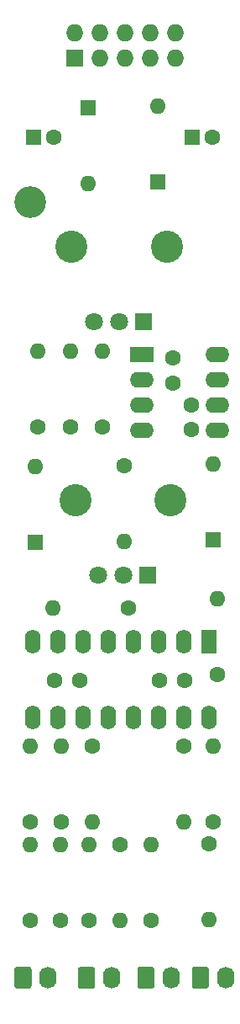
<source format=gbr>
%TF.GenerationSoftware,KiCad,Pcbnew,(5.1.12-1-10_14)*%
%TF.CreationDate,2021-12-12T17:33:21+01:00*%
%TF.ProjectId,kross,6b726f73-732e-46b6-9963-61645f706362,rev?*%
%TF.SameCoordinates,Original*%
%TF.FileFunction,Soldermask,Bot*%
%TF.FilePolarity,Negative*%
%FSLAX46Y46*%
G04 Gerber Fmt 4.6, Leading zero omitted, Abs format (unit mm)*
G04 Created by KiCad (PCBNEW (5.1.12-1-10_14)) date 2021-12-12 17:33:21*
%MOMM*%
%LPD*%
G01*
G04 APERTURE LIST*
%ADD10O,1.600000X2.400000*%
%ADD11R,1.600000X2.400000*%
%ADD12O,2.400000X1.600000*%
%ADD13R,2.400000X1.600000*%
%ADD14R,1.600000X1.600000*%
%ADD15O,1.600000X1.600000*%
%ADD16O,1.740000X2.200000*%
%ADD17C,3.200000*%
%ADD18C,3.240000*%
%ADD19C,1.800000*%
%ADD20R,1.800000X1.800000*%
%ADD21C,1.600000*%
%ADD22R,1.727200X1.727200*%
%ADD23O,1.727200X1.727200*%
G04 APERTURE END LIST*
D10*
%TO.C,U1*%
X88600000Y-106820000D03*
X70820000Y-99200000D03*
X86060000Y-106820000D03*
X73360000Y-99200000D03*
X83520000Y-106820000D03*
X75900000Y-99200000D03*
X80980000Y-106820000D03*
X78440000Y-99200000D03*
X78440000Y-106820000D03*
X80980000Y-99200000D03*
X75900000Y-106820000D03*
X83520000Y-99200000D03*
X73360000Y-106820000D03*
X86060000Y-99200000D03*
X70820000Y-106820000D03*
D11*
X88600000Y-99200000D03*
%TD*%
D12*
%TO.C,U2*%
X89420000Y-70360000D03*
X81800000Y-77980000D03*
X89420000Y-72900000D03*
X81800000Y-75440000D03*
X89420000Y-75440000D03*
X81800000Y-72900000D03*
X89420000Y-77980000D03*
D13*
X81800000Y-70360000D03*
%TD*%
D14*
%TO.C,D4*%
X76400000Y-45500000D03*
D15*
X76400000Y-53120000D03*
%TD*%
%TO.C,D3*%
X83400000Y-45380000D03*
D14*
X83400000Y-53000000D03*
%TD*%
%TO.C,OUT*%
G36*
G01*
X86830000Y-133850001D02*
X86830000Y-132149999D01*
G75*
G02*
X87079999Y-131900000I249999J0D01*
G01*
X88320001Y-131900000D01*
G75*
G02*
X88570000Y-132149999I0J-249999D01*
G01*
X88570000Y-133850001D01*
G75*
G02*
X88320001Y-134100000I-249999J0D01*
G01*
X87079999Y-134100000D01*
G75*
G02*
X86830000Y-133850001I0J249999D01*
G01*
G37*
D16*
X90240000Y-133000000D03*
%TD*%
%TO.C,OSC2*%
X78740000Y-133000000D03*
G36*
G01*
X75330000Y-133850001D02*
X75330000Y-132149999D01*
G75*
G02*
X75579999Y-131900000I249999J0D01*
G01*
X76820001Y-131900000D01*
G75*
G02*
X77070000Y-132149999I0J-249999D01*
G01*
X77070000Y-133850001D01*
G75*
G02*
X76820001Y-134100000I-249999J0D01*
G01*
X75579999Y-134100000D01*
G75*
G02*
X75330000Y-133850001I0J249999D01*
G01*
G37*
%TD*%
%TO.C,OSC1*%
G36*
G01*
X68930000Y-133850001D02*
X68930000Y-132149999D01*
G75*
G02*
X69179999Y-131900000I249999J0D01*
G01*
X70420001Y-131900000D01*
G75*
G02*
X70670000Y-132149999I0J-249999D01*
G01*
X70670000Y-133850001D01*
G75*
G02*
X70420001Y-134100000I-249999J0D01*
G01*
X69179999Y-134100000D01*
G75*
G02*
X68930000Y-133850001I0J249999D01*
G01*
G37*
X72340000Y-133000000D03*
%TD*%
%TO.C,CV*%
X84740000Y-133000000D03*
G36*
G01*
X81330000Y-133850001D02*
X81330000Y-132149999D01*
G75*
G02*
X81579999Y-131900000I249999J0D01*
G01*
X82820001Y-131900000D01*
G75*
G02*
X83070000Y-132149999I0J-249999D01*
G01*
X83070000Y-133850001D01*
G75*
G02*
X82820001Y-134100000I-249999J0D01*
G01*
X81579999Y-134100000D01*
G75*
G02*
X81330000Y-133850001I0J249999D01*
G01*
G37*
%TD*%
D17*
%TO.C,H2*%
X70500000Y-55000000D03*
%TD*%
D14*
%TO.C,D2*%
X89000000Y-89000000D03*
D15*
X89000000Y-81380000D03*
%TD*%
D18*
%TO.C,MIX1*%
X84300000Y-59500000D03*
X74700000Y-59500000D03*
D19*
X77000000Y-67000000D03*
X79500000Y-67000000D03*
D20*
X82000000Y-67000000D03*
%TD*%
D15*
%TO.C,D1*%
X71000000Y-81580000D03*
D14*
X71000000Y-89200000D03*
%TD*%
D20*
%TO.C,CVATTN1*%
X82400000Y-92500000D03*
D19*
X79900000Y-92500000D03*
X77400000Y-92500000D03*
D18*
X75100000Y-85000000D03*
X84700000Y-85000000D03*
%TD*%
D21*
%TO.C,C6*%
X86800000Y-77900000D03*
X86800000Y-75400000D03*
%TD*%
%TO.C,C5*%
X75500000Y-103100000D03*
X73000000Y-103100000D03*
%TD*%
%TO.C,C4*%
X86100000Y-103100000D03*
X83600000Y-103100000D03*
%TD*%
%TO.C,C3*%
X84900000Y-73200000D03*
X84900000Y-70700000D03*
%TD*%
D14*
%TO.C,C2*%
X70900000Y-48500000D03*
D21*
X72900000Y-48500000D03*
%TD*%
%TO.C,C1*%
X88900000Y-48500000D03*
D14*
X86900000Y-48500000D03*
%TD*%
D15*
%TO.C,R1*%
X70500000Y-119580000D03*
D21*
X70500000Y-127200000D03*
%TD*%
%TO.C,R2*%
X73600000Y-127200000D03*
D15*
X73600000Y-119580000D03*
%TD*%
D21*
%TO.C,R3*%
X71300000Y-77600000D03*
D15*
X71300000Y-69980000D03*
%TD*%
%TO.C,R4*%
X74600000Y-69980000D03*
D21*
X74600000Y-77600000D03*
%TD*%
D15*
%TO.C,R5*%
X76800000Y-117320000D03*
D21*
X76800000Y-109700000D03*
%TD*%
%TO.C,R6*%
X82700000Y-127200000D03*
D15*
X82700000Y-119580000D03*
%TD*%
%TO.C,R7*%
X70500000Y-109680000D03*
D21*
X70500000Y-117300000D03*
%TD*%
%TO.C,R8*%
X73700000Y-117300000D03*
D15*
X73700000Y-109680000D03*
%TD*%
D21*
%TO.C,R9*%
X86000000Y-109700000D03*
D15*
X86000000Y-117320000D03*
%TD*%
%TO.C,R10*%
X89000000Y-109680000D03*
D21*
X89000000Y-117300000D03*
%TD*%
%TO.C,R11*%
X80000000Y-81500000D03*
D15*
X80000000Y-89120000D03*
%TD*%
D21*
%TO.C,R12*%
X89400000Y-102500000D03*
D15*
X89400000Y-94880000D03*
%TD*%
D21*
%TO.C,R13*%
X77800000Y-77600000D03*
D15*
X77800000Y-69980000D03*
%TD*%
%TO.C,R14*%
X79600000Y-127220000D03*
D21*
X79600000Y-119600000D03*
%TD*%
%TO.C,R15*%
X76500000Y-127200000D03*
D15*
X76500000Y-119580000D03*
%TD*%
%TO.C,R16*%
X72780000Y-95800000D03*
D21*
X80400000Y-95800000D03*
%TD*%
D15*
%TO.C,R17*%
X88600000Y-127120000D03*
D21*
X88600000Y-119500000D03*
%TD*%
D22*
%TO.C,J5*%
X75000000Y-40500000D03*
D23*
X75000000Y-37960000D03*
X77540000Y-40500000D03*
X77540000Y-37960000D03*
X80080000Y-40500000D03*
X80080000Y-37960000D03*
X82620000Y-40500000D03*
X82620000Y-37960000D03*
X85160000Y-40500000D03*
X85160000Y-37960000D03*
%TD*%
M02*

</source>
